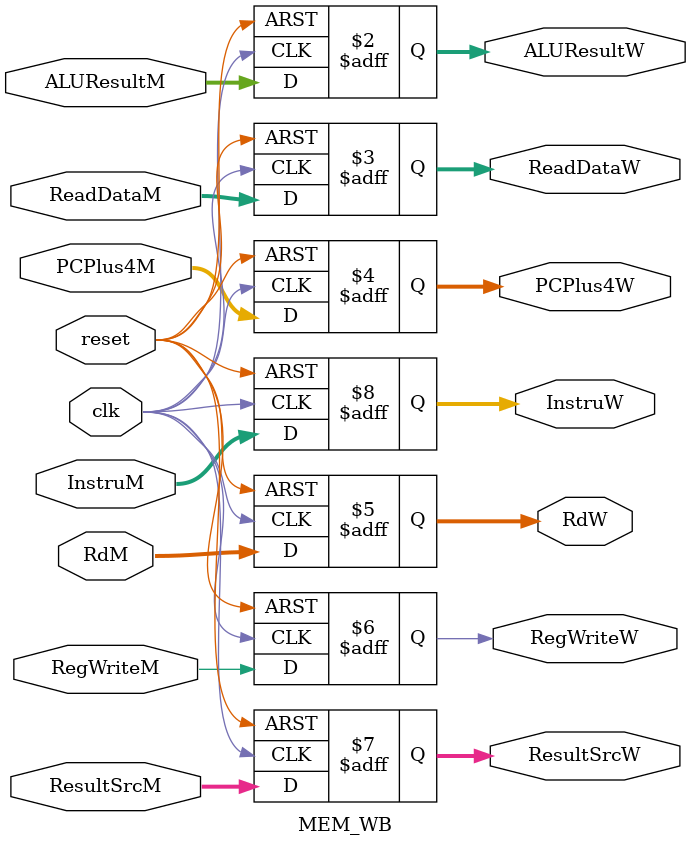
<source format=v>
module MEM_WB(input clk, reset,
                 input [31:0] ALUResultM, ReadDataM, PCPlus4M,
                 input [4:0] RdM,
                 input RegWriteM,
                 input [1:0] ResultSrcM,
                 input [31:0] InstruM,
                 output reg [31:0] ALUResultW, ReadDataW, PCPlus4W,
                 output reg [4:0] RdW,
                 output reg RegWriteW,
                 output reg [1:0] ResultSrcW,
                 output reg [31:0] InstruW);

  always @(posedge clk or posedge reset) begin
    if (reset) begin
      ALUResultW <= 0;
      ReadDataW <= 0;
      PCPlus4W <= 0;
      RdW <= 0;
      RegWriteW <= 0;
      ResultSrcW <= 0;
      InstruW <= 0;
    end else begin
      ALUResultW <= ALUResultM;
      ReadDataW <= ReadDataM;
      PCPlus4W <= PCPlus4M;
      RdW <= RdM;
      RegWriteW <= RegWriteM;
      ResultSrcW <= ResultSrcM;
      InstruW <= InstruM;
    end
  end
endmodule

</source>
